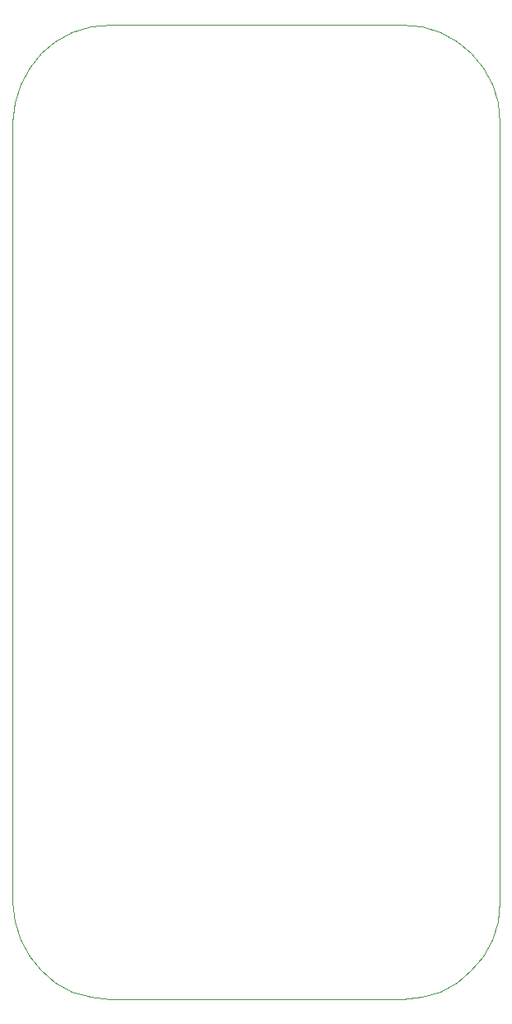
<source format=gm1>
%TF.GenerationSoftware,KiCad,Pcbnew,(6.0.0-rc1-dev-318-g6fdc5972f)*%
%TF.CreationDate,2018-11-08T11:48:15+00:00*%
%TF.ProjectId,SolderChallenge,536F6C6465724368616C6C656E67652E,rev?*%
%TF.SameCoordinates,PX2faf080PY8f0d180*%
%TF.FileFunction,Profile,NP*%
%FSLAX46Y46*%
G04 Gerber Fmt 4.6, Leading zero omitted, Abs format (unit mm)*
G04 Created by KiCad (PCBNEW (6.0.0-rc1-dev-318-g6fdc5972f)) date 11/08/18 11:48:15*
%MOMM*%
%LPD*%
G01*
G04 APERTURE LIST*
%ADD10C,0.100000*%
G04 APERTURE END LIST*
D10*
X49219883Y93898314D02*
X49800860Y92018899D01*
X48300000Y95597259D02*
X49219883Y93898314D01*
X47080819Y97076126D02*
X48300000Y95597259D01*
X43903004Y99215189D02*
X45601951Y98295306D01*
X45601951Y98295306D02*
X47080819Y97076126D01*
X40003314Y99998626D02*
X42023589Y99796165D01*
X10003328Y99998626D02*
X40003314Y99998626D01*
X42023589Y99796165D02*
X43903004Y99215189D01*
X50003321Y89998626D02*
X50003321Y9998636D01*
X49800860Y92018899D02*
X50003321Y89998626D01*
X4404691Y98295306D02*
X6103638Y99215189D01*
X4404691Y1701949D02*
X2925823Y2921131D01*
X6103638Y99215189D02*
X7983053Y99796165D01*
X3321Y89998626D02*
X205782Y92018899D01*
X205782Y7978362D02*
X3321Y9998636D01*
X7983053Y201087D02*
X6103638Y782065D01*
X205782Y92018899D02*
X786759Y93898314D01*
X1706642Y4400000D02*
X786759Y6098947D01*
X10003328Y99998626D02*
X10003328Y99998626D01*
X2925823Y97076126D02*
X4404691Y98295306D01*
X42023589Y201087D02*
X40003314Y-1374D01*
X2925823Y2921131D02*
X1706642Y4400000D01*
X45601951Y1701949D02*
X43903004Y782065D01*
X49800860Y7978362D02*
X49219883Y6098947D01*
X1706642Y95597259D02*
X2925823Y97076126D01*
X786759Y6098947D02*
X205782Y7978362D01*
X50003321Y9998636D02*
X49800860Y7978362D01*
X786759Y93898314D02*
X1706642Y95597259D01*
X10003328Y-1374D02*
X7983053Y201087D01*
X43903004Y782065D02*
X42023589Y201087D01*
X7983053Y99796165D02*
X10003328Y99998626D01*
X3321Y9998636D02*
X3321Y89998626D01*
X49219883Y6098947D02*
X48300000Y4400000D01*
X47080819Y2921131D02*
X45601951Y1701949D01*
X40003314Y-1374D02*
X10003328Y-1374D01*
X6103638Y782065D02*
X4404691Y1701949D01*
X48300000Y4400000D02*
X47080819Y2921131D01*
M02*

</source>
